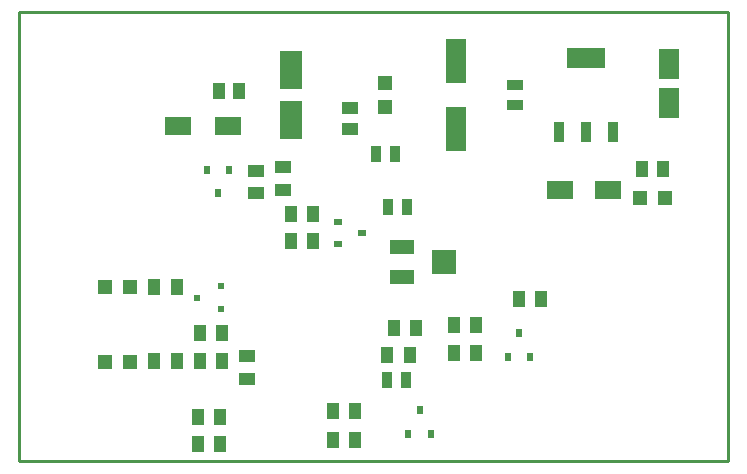
<source format=gtp>
G04*
G04 #@! TF.GenerationSoftware,Altium Limited,Altium Designer,20.2.7 (254)*
G04*
G04 Layer_Color=8421504*
%FSLAX43Y43*%
%MOMM*%
G71*
G04*
G04 #@! TF.SameCoordinates,D7959DAF-34B1-44DD-8309-E4C0A0F03333*
G04*
G04*
G04 #@! TF.FilePolarity,Positive*
G04*
G01*
G75*
%ADD16C,0.254*%
%ADD17R,0.910X1.390*%
%ADD18R,2.000X1.300*%
%ADD19R,2.000X2.000*%
%ADD20R,1.200X1.200*%
%ADD21R,1.100X1.400*%
%ADD22R,2.250X1.500*%
%ADD23R,3.200X1.750*%
%ADD24R,0.950X1.750*%
%ADD25R,0.600X0.700*%
%ADD26R,1.000X1.450*%
%ADD27R,1.450X1.000*%
%ADD28R,0.600X0.500*%
%ADD29R,0.737X0.559*%
%ADD30R,0.559X0.737*%
%ADD31R,1.800X3.700*%
%ADD32R,1.390X0.910*%
%ADD33R,1.800X2.600*%
%ADD34R,1.850X3.200*%
%ADD35R,1.200X1.200*%
%ADD36R,1.400X1.100*%
%ADD37R,2.300X1.550*%
D16*
X60000Y0D02*
Y38000D01*
X0D02*
X60000D01*
X0Y0D02*
X60000D01*
X0D02*
Y38000D01*
D17*
X31180Y21525D02*
D03*
X32820D02*
D03*
X31820Y26000D02*
D03*
X30180D02*
D03*
X31130Y6851D02*
D03*
X32770D02*
D03*
D18*
X32443Y15575D02*
D03*
Y18115D02*
D03*
D19*
X35923Y16845D02*
D03*
D20*
X54637Y22303D02*
D03*
X52537D02*
D03*
X9368Y14754D02*
D03*
X7268D02*
D03*
X9343Y8437D02*
D03*
X7243D02*
D03*
D21*
X54462Y24712D02*
D03*
X52712D02*
D03*
X16871Y31340D02*
D03*
X18621D02*
D03*
D22*
X49875Y22958D02*
D03*
X45775D02*
D03*
D23*
X48000Y34150D02*
D03*
D24*
X50300Y27850D02*
D03*
X48000D02*
D03*
X45700D02*
D03*
D25*
X32934Y2322D02*
D03*
X34834D02*
D03*
X33884Y4322D02*
D03*
X41364Y8828D02*
D03*
X43264D02*
D03*
X42314Y10828D02*
D03*
D26*
X15094Y3745D02*
D03*
X16994D02*
D03*
X13332Y14754D02*
D03*
X11432D02*
D03*
X15259Y8487D02*
D03*
X17159D02*
D03*
X26532Y1812D02*
D03*
X28432D02*
D03*
X42284Y13709D02*
D03*
X44184D02*
D03*
X33629Y11309D02*
D03*
X31729D02*
D03*
X16994Y1441D02*
D03*
X15094D02*
D03*
X13332Y8487D02*
D03*
X11432D02*
D03*
X17159Y10827D02*
D03*
X15259D02*
D03*
X26532Y4267D02*
D03*
X28432D02*
D03*
X38698Y11538D02*
D03*
X36798D02*
D03*
X24900Y18613D02*
D03*
X23000D02*
D03*
Y20917D02*
D03*
X24900D02*
D03*
X38698Y9173D02*
D03*
X36798D02*
D03*
X33068Y9005D02*
D03*
X31168D02*
D03*
D27*
X20013Y22708D02*
D03*
Y24608D02*
D03*
X19317Y6983D02*
D03*
Y8883D02*
D03*
X22317Y24872D02*
D03*
Y22972D02*
D03*
D28*
X15044Y13850D02*
D03*
X17044Y12900D02*
D03*
Y14800D02*
D03*
D29*
X28991Y19308D02*
D03*
X27009Y18356D02*
D03*
Y20261D02*
D03*
D30*
X16821Y22667D02*
D03*
X15869Y24649D02*
D03*
X17774D02*
D03*
D31*
X36946Y28150D02*
D03*
Y33850D02*
D03*
D32*
X42000Y30180D02*
D03*
Y31820D02*
D03*
D33*
X55000Y33650D02*
D03*
Y30350D02*
D03*
D34*
X23000Y28850D02*
D03*
Y33150D02*
D03*
D35*
X31000Y29950D02*
D03*
Y32050D02*
D03*
D36*
X28000Y29875D02*
D03*
Y28125D02*
D03*
D37*
X17697Y28375D02*
D03*
X13397D02*
D03*
M02*

</source>
